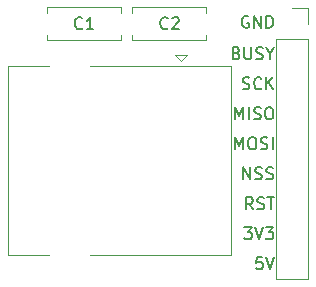
<source format=gto>
G04 #@! TF.GenerationSoftware,KiCad,Pcbnew,7.0.1*
G04 #@! TF.CreationDate,2023-07-05T13:49:47-05:00*
G04 #@! TF.ProjectId,pn5180 cat5 connector with linear regulator,706e3531-3830-4206-9361-743520636f6e,rev?*
G04 #@! TF.SameCoordinates,Original*
G04 #@! TF.FileFunction,Legend,Top*
G04 #@! TF.FilePolarity,Positive*
%FSLAX46Y46*%
G04 Gerber Fmt 4.6, Leading zero omitted, Abs format (unit mm)*
G04 Created by KiCad (PCBNEW 7.0.1) date 2023-07-05 13:49:47*
%MOMM*%
%LPD*%
G01*
G04 APERTURE LIST*
%ADD10C,0.150000*%
%ADD11C,0.120000*%
%ADD12C,1.600000*%
%ADD13C,3.250000*%
%ADD14R,1.500000X1.500000*%
%ADD15C,1.500000*%
%ADD16C,3.000000*%
%ADD17R,1.700000X1.700000*%
%ADD18O,1.700000X1.700000*%
G04 APERTURE END LIST*
D10*
X151663285Y-78260238D02*
X151568047Y-78212619D01*
X151568047Y-78212619D02*
X151425190Y-78212619D01*
X151425190Y-78212619D02*
X151282333Y-78260238D01*
X151282333Y-78260238D02*
X151187095Y-78355476D01*
X151187095Y-78355476D02*
X151139476Y-78450714D01*
X151139476Y-78450714D02*
X151091857Y-78641190D01*
X151091857Y-78641190D02*
X151091857Y-78784047D01*
X151091857Y-78784047D02*
X151139476Y-78974523D01*
X151139476Y-78974523D02*
X151187095Y-79069761D01*
X151187095Y-79069761D02*
X151282333Y-79165000D01*
X151282333Y-79165000D02*
X151425190Y-79212619D01*
X151425190Y-79212619D02*
X151520428Y-79212619D01*
X151520428Y-79212619D02*
X151663285Y-79165000D01*
X151663285Y-79165000D02*
X151710904Y-79117380D01*
X151710904Y-79117380D02*
X151710904Y-78784047D01*
X151710904Y-78784047D02*
X151520428Y-78784047D01*
X152139476Y-79212619D02*
X152139476Y-78212619D01*
X152139476Y-78212619D02*
X152710904Y-79212619D01*
X152710904Y-79212619D02*
X152710904Y-78212619D01*
X153187095Y-79212619D02*
X153187095Y-78212619D01*
X153187095Y-78212619D02*
X153425190Y-78212619D01*
X153425190Y-78212619D02*
X153568047Y-78260238D01*
X153568047Y-78260238D02*
X153663285Y-78355476D01*
X153663285Y-78355476D02*
X153710904Y-78450714D01*
X153710904Y-78450714D02*
X153758523Y-78641190D01*
X153758523Y-78641190D02*
X153758523Y-78784047D01*
X153758523Y-78784047D02*
X153710904Y-78974523D01*
X153710904Y-78974523D02*
X153663285Y-79069761D01*
X153663285Y-79069761D02*
X153568047Y-79165000D01*
X153568047Y-79165000D02*
X153425190Y-79212619D01*
X153425190Y-79212619D02*
X153187095Y-79212619D01*
X150568048Y-89499619D02*
X150568048Y-88499619D01*
X150568048Y-88499619D02*
X150901381Y-89213904D01*
X150901381Y-89213904D02*
X151234714Y-88499619D01*
X151234714Y-88499619D02*
X151234714Y-89499619D01*
X151901381Y-88499619D02*
X152091857Y-88499619D01*
X152091857Y-88499619D02*
X152187095Y-88547238D01*
X152187095Y-88547238D02*
X152282333Y-88642476D01*
X152282333Y-88642476D02*
X152329952Y-88832952D01*
X152329952Y-88832952D02*
X152329952Y-89166285D01*
X152329952Y-89166285D02*
X152282333Y-89356761D01*
X152282333Y-89356761D02*
X152187095Y-89452000D01*
X152187095Y-89452000D02*
X152091857Y-89499619D01*
X152091857Y-89499619D02*
X151901381Y-89499619D01*
X151901381Y-89499619D02*
X151806143Y-89452000D01*
X151806143Y-89452000D02*
X151710905Y-89356761D01*
X151710905Y-89356761D02*
X151663286Y-89166285D01*
X151663286Y-89166285D02*
X151663286Y-88832952D01*
X151663286Y-88832952D02*
X151710905Y-88642476D01*
X151710905Y-88642476D02*
X151806143Y-88547238D01*
X151806143Y-88547238D02*
X151901381Y-88499619D01*
X152710905Y-89452000D02*
X152853762Y-89499619D01*
X152853762Y-89499619D02*
X153091857Y-89499619D01*
X153091857Y-89499619D02*
X153187095Y-89452000D01*
X153187095Y-89452000D02*
X153234714Y-89404380D01*
X153234714Y-89404380D02*
X153282333Y-89309142D01*
X153282333Y-89309142D02*
X153282333Y-89213904D01*
X153282333Y-89213904D02*
X153234714Y-89118666D01*
X153234714Y-89118666D02*
X153187095Y-89071047D01*
X153187095Y-89071047D02*
X153091857Y-89023428D01*
X153091857Y-89023428D02*
X152901381Y-88975809D01*
X152901381Y-88975809D02*
X152806143Y-88928190D01*
X152806143Y-88928190D02*
X152758524Y-88880571D01*
X152758524Y-88880571D02*
X152710905Y-88785333D01*
X152710905Y-88785333D02*
X152710905Y-88690095D01*
X152710905Y-88690095D02*
X152758524Y-88594857D01*
X152758524Y-88594857D02*
X152806143Y-88547238D01*
X152806143Y-88547238D02*
X152901381Y-88499619D01*
X152901381Y-88499619D02*
X153139476Y-88499619D01*
X153139476Y-88499619D02*
X153282333Y-88547238D01*
X153710905Y-89499619D02*
X153710905Y-88499619D01*
X150663285Y-81355809D02*
X150806142Y-81403428D01*
X150806142Y-81403428D02*
X150853761Y-81451047D01*
X150853761Y-81451047D02*
X150901380Y-81546285D01*
X150901380Y-81546285D02*
X150901380Y-81689142D01*
X150901380Y-81689142D02*
X150853761Y-81784380D01*
X150853761Y-81784380D02*
X150806142Y-81832000D01*
X150806142Y-81832000D02*
X150710904Y-81879619D01*
X150710904Y-81879619D02*
X150329952Y-81879619D01*
X150329952Y-81879619D02*
X150329952Y-80879619D01*
X150329952Y-80879619D02*
X150663285Y-80879619D01*
X150663285Y-80879619D02*
X150758523Y-80927238D01*
X150758523Y-80927238D02*
X150806142Y-80974857D01*
X150806142Y-80974857D02*
X150853761Y-81070095D01*
X150853761Y-81070095D02*
X150853761Y-81165333D01*
X150853761Y-81165333D02*
X150806142Y-81260571D01*
X150806142Y-81260571D02*
X150758523Y-81308190D01*
X150758523Y-81308190D02*
X150663285Y-81355809D01*
X150663285Y-81355809D02*
X150329952Y-81355809D01*
X151329952Y-80879619D02*
X151329952Y-81689142D01*
X151329952Y-81689142D02*
X151377571Y-81784380D01*
X151377571Y-81784380D02*
X151425190Y-81832000D01*
X151425190Y-81832000D02*
X151520428Y-81879619D01*
X151520428Y-81879619D02*
X151710904Y-81879619D01*
X151710904Y-81879619D02*
X151806142Y-81832000D01*
X151806142Y-81832000D02*
X151853761Y-81784380D01*
X151853761Y-81784380D02*
X151901380Y-81689142D01*
X151901380Y-81689142D02*
X151901380Y-80879619D01*
X152329952Y-81832000D02*
X152472809Y-81879619D01*
X152472809Y-81879619D02*
X152710904Y-81879619D01*
X152710904Y-81879619D02*
X152806142Y-81832000D01*
X152806142Y-81832000D02*
X152853761Y-81784380D01*
X152853761Y-81784380D02*
X152901380Y-81689142D01*
X152901380Y-81689142D02*
X152901380Y-81593904D01*
X152901380Y-81593904D02*
X152853761Y-81498666D01*
X152853761Y-81498666D02*
X152806142Y-81451047D01*
X152806142Y-81451047D02*
X152710904Y-81403428D01*
X152710904Y-81403428D02*
X152520428Y-81355809D01*
X152520428Y-81355809D02*
X152425190Y-81308190D01*
X152425190Y-81308190D02*
X152377571Y-81260571D01*
X152377571Y-81260571D02*
X152329952Y-81165333D01*
X152329952Y-81165333D02*
X152329952Y-81070095D01*
X152329952Y-81070095D02*
X152377571Y-80974857D01*
X152377571Y-80974857D02*
X152425190Y-80927238D01*
X152425190Y-80927238D02*
X152520428Y-80879619D01*
X152520428Y-80879619D02*
X152758523Y-80879619D01*
X152758523Y-80879619D02*
X152901380Y-80927238D01*
X153520428Y-81403428D02*
X153520428Y-81879619D01*
X153187095Y-80879619D02*
X153520428Y-81403428D01*
X153520428Y-81403428D02*
X153853761Y-80879619D01*
X151329952Y-96119619D02*
X151948999Y-96119619D01*
X151948999Y-96119619D02*
X151615666Y-96500571D01*
X151615666Y-96500571D02*
X151758523Y-96500571D01*
X151758523Y-96500571D02*
X151853761Y-96548190D01*
X151853761Y-96548190D02*
X151901380Y-96595809D01*
X151901380Y-96595809D02*
X151948999Y-96691047D01*
X151948999Y-96691047D02*
X151948999Y-96929142D01*
X151948999Y-96929142D02*
X151901380Y-97024380D01*
X151901380Y-97024380D02*
X151853761Y-97072000D01*
X151853761Y-97072000D02*
X151758523Y-97119619D01*
X151758523Y-97119619D02*
X151472809Y-97119619D01*
X151472809Y-97119619D02*
X151377571Y-97072000D01*
X151377571Y-97072000D02*
X151329952Y-97024380D01*
X152234714Y-96119619D02*
X152568047Y-97119619D01*
X152568047Y-97119619D02*
X152901380Y-96119619D01*
X153139476Y-96119619D02*
X153758523Y-96119619D01*
X153758523Y-96119619D02*
X153425190Y-96500571D01*
X153425190Y-96500571D02*
X153568047Y-96500571D01*
X153568047Y-96500571D02*
X153663285Y-96548190D01*
X153663285Y-96548190D02*
X153710904Y-96595809D01*
X153710904Y-96595809D02*
X153758523Y-96691047D01*
X153758523Y-96691047D02*
X153758523Y-96929142D01*
X153758523Y-96929142D02*
X153710904Y-97024380D01*
X153710904Y-97024380D02*
X153663285Y-97072000D01*
X153663285Y-97072000D02*
X153568047Y-97119619D01*
X153568047Y-97119619D02*
X153282333Y-97119619D01*
X153282333Y-97119619D02*
X153187095Y-97072000D01*
X153187095Y-97072000D02*
X153139476Y-97024380D01*
X152853761Y-98659619D02*
X152377571Y-98659619D01*
X152377571Y-98659619D02*
X152329952Y-99135809D01*
X152329952Y-99135809D02*
X152377571Y-99088190D01*
X152377571Y-99088190D02*
X152472809Y-99040571D01*
X152472809Y-99040571D02*
X152710904Y-99040571D01*
X152710904Y-99040571D02*
X152806142Y-99088190D01*
X152806142Y-99088190D02*
X152853761Y-99135809D01*
X152853761Y-99135809D02*
X152901380Y-99231047D01*
X152901380Y-99231047D02*
X152901380Y-99469142D01*
X152901380Y-99469142D02*
X152853761Y-99564380D01*
X152853761Y-99564380D02*
X152806142Y-99612000D01*
X152806142Y-99612000D02*
X152710904Y-99659619D01*
X152710904Y-99659619D02*
X152472809Y-99659619D01*
X152472809Y-99659619D02*
X152377571Y-99612000D01*
X152377571Y-99612000D02*
X152329952Y-99564380D01*
X153187095Y-98659619D02*
X153520428Y-99659619D01*
X153520428Y-99659619D02*
X153853761Y-98659619D01*
X152044237Y-94579619D02*
X151710904Y-94103428D01*
X151472809Y-94579619D02*
X151472809Y-93579619D01*
X151472809Y-93579619D02*
X151853761Y-93579619D01*
X151853761Y-93579619D02*
X151948999Y-93627238D01*
X151948999Y-93627238D02*
X151996618Y-93674857D01*
X151996618Y-93674857D02*
X152044237Y-93770095D01*
X152044237Y-93770095D02*
X152044237Y-93912952D01*
X152044237Y-93912952D02*
X151996618Y-94008190D01*
X151996618Y-94008190D02*
X151948999Y-94055809D01*
X151948999Y-94055809D02*
X151853761Y-94103428D01*
X151853761Y-94103428D02*
X151472809Y-94103428D01*
X152425190Y-94532000D02*
X152568047Y-94579619D01*
X152568047Y-94579619D02*
X152806142Y-94579619D01*
X152806142Y-94579619D02*
X152901380Y-94532000D01*
X152901380Y-94532000D02*
X152948999Y-94484380D01*
X152948999Y-94484380D02*
X152996618Y-94389142D01*
X152996618Y-94389142D02*
X152996618Y-94293904D01*
X152996618Y-94293904D02*
X152948999Y-94198666D01*
X152948999Y-94198666D02*
X152901380Y-94151047D01*
X152901380Y-94151047D02*
X152806142Y-94103428D01*
X152806142Y-94103428D02*
X152615666Y-94055809D01*
X152615666Y-94055809D02*
X152520428Y-94008190D01*
X152520428Y-94008190D02*
X152472809Y-93960571D01*
X152472809Y-93960571D02*
X152425190Y-93865333D01*
X152425190Y-93865333D02*
X152425190Y-93770095D01*
X152425190Y-93770095D02*
X152472809Y-93674857D01*
X152472809Y-93674857D02*
X152520428Y-93627238D01*
X152520428Y-93627238D02*
X152615666Y-93579619D01*
X152615666Y-93579619D02*
X152853761Y-93579619D01*
X152853761Y-93579619D02*
X152996618Y-93627238D01*
X153282333Y-93579619D02*
X153853761Y-93579619D01*
X153568047Y-94579619D02*
X153568047Y-93579619D01*
X150568048Y-86959619D02*
X150568048Y-85959619D01*
X150568048Y-85959619D02*
X150901381Y-86673904D01*
X150901381Y-86673904D02*
X151234714Y-85959619D01*
X151234714Y-85959619D02*
X151234714Y-86959619D01*
X151710905Y-86959619D02*
X151710905Y-85959619D01*
X152139476Y-86912000D02*
X152282333Y-86959619D01*
X152282333Y-86959619D02*
X152520428Y-86959619D01*
X152520428Y-86959619D02*
X152615666Y-86912000D01*
X152615666Y-86912000D02*
X152663285Y-86864380D01*
X152663285Y-86864380D02*
X152710904Y-86769142D01*
X152710904Y-86769142D02*
X152710904Y-86673904D01*
X152710904Y-86673904D02*
X152663285Y-86578666D01*
X152663285Y-86578666D02*
X152615666Y-86531047D01*
X152615666Y-86531047D02*
X152520428Y-86483428D01*
X152520428Y-86483428D02*
X152329952Y-86435809D01*
X152329952Y-86435809D02*
X152234714Y-86388190D01*
X152234714Y-86388190D02*
X152187095Y-86340571D01*
X152187095Y-86340571D02*
X152139476Y-86245333D01*
X152139476Y-86245333D02*
X152139476Y-86150095D01*
X152139476Y-86150095D02*
X152187095Y-86054857D01*
X152187095Y-86054857D02*
X152234714Y-86007238D01*
X152234714Y-86007238D02*
X152329952Y-85959619D01*
X152329952Y-85959619D02*
X152568047Y-85959619D01*
X152568047Y-85959619D02*
X152710904Y-86007238D01*
X153329952Y-85959619D02*
X153520428Y-85959619D01*
X153520428Y-85959619D02*
X153615666Y-86007238D01*
X153615666Y-86007238D02*
X153710904Y-86102476D01*
X153710904Y-86102476D02*
X153758523Y-86292952D01*
X153758523Y-86292952D02*
X153758523Y-86626285D01*
X153758523Y-86626285D02*
X153710904Y-86816761D01*
X153710904Y-86816761D02*
X153615666Y-86912000D01*
X153615666Y-86912000D02*
X153520428Y-86959619D01*
X153520428Y-86959619D02*
X153329952Y-86959619D01*
X153329952Y-86959619D02*
X153234714Y-86912000D01*
X153234714Y-86912000D02*
X153139476Y-86816761D01*
X153139476Y-86816761D02*
X153091857Y-86626285D01*
X153091857Y-86626285D02*
X153091857Y-86292952D01*
X153091857Y-86292952D02*
X153139476Y-86102476D01*
X153139476Y-86102476D02*
X153234714Y-86007238D01*
X153234714Y-86007238D02*
X153329952Y-85959619D01*
X151234714Y-92039619D02*
X151234714Y-91039619D01*
X151234714Y-91039619D02*
X151806142Y-92039619D01*
X151806142Y-92039619D02*
X151806142Y-91039619D01*
X152234714Y-91992000D02*
X152377571Y-92039619D01*
X152377571Y-92039619D02*
X152615666Y-92039619D01*
X152615666Y-92039619D02*
X152710904Y-91992000D01*
X152710904Y-91992000D02*
X152758523Y-91944380D01*
X152758523Y-91944380D02*
X152806142Y-91849142D01*
X152806142Y-91849142D02*
X152806142Y-91753904D01*
X152806142Y-91753904D02*
X152758523Y-91658666D01*
X152758523Y-91658666D02*
X152710904Y-91611047D01*
X152710904Y-91611047D02*
X152615666Y-91563428D01*
X152615666Y-91563428D02*
X152425190Y-91515809D01*
X152425190Y-91515809D02*
X152329952Y-91468190D01*
X152329952Y-91468190D02*
X152282333Y-91420571D01*
X152282333Y-91420571D02*
X152234714Y-91325333D01*
X152234714Y-91325333D02*
X152234714Y-91230095D01*
X152234714Y-91230095D02*
X152282333Y-91134857D01*
X152282333Y-91134857D02*
X152329952Y-91087238D01*
X152329952Y-91087238D02*
X152425190Y-91039619D01*
X152425190Y-91039619D02*
X152663285Y-91039619D01*
X152663285Y-91039619D02*
X152806142Y-91087238D01*
X153187095Y-91992000D02*
X153329952Y-92039619D01*
X153329952Y-92039619D02*
X153568047Y-92039619D01*
X153568047Y-92039619D02*
X153663285Y-91992000D01*
X153663285Y-91992000D02*
X153710904Y-91944380D01*
X153710904Y-91944380D02*
X153758523Y-91849142D01*
X153758523Y-91849142D02*
X153758523Y-91753904D01*
X153758523Y-91753904D02*
X153710904Y-91658666D01*
X153710904Y-91658666D02*
X153663285Y-91611047D01*
X153663285Y-91611047D02*
X153568047Y-91563428D01*
X153568047Y-91563428D02*
X153377571Y-91515809D01*
X153377571Y-91515809D02*
X153282333Y-91468190D01*
X153282333Y-91468190D02*
X153234714Y-91420571D01*
X153234714Y-91420571D02*
X153187095Y-91325333D01*
X153187095Y-91325333D02*
X153187095Y-91230095D01*
X153187095Y-91230095D02*
X153234714Y-91134857D01*
X153234714Y-91134857D02*
X153282333Y-91087238D01*
X153282333Y-91087238D02*
X153377571Y-91039619D01*
X153377571Y-91039619D02*
X153615666Y-91039619D01*
X153615666Y-91039619D02*
X153758523Y-91087238D01*
X151187095Y-84372000D02*
X151329952Y-84419619D01*
X151329952Y-84419619D02*
X151568047Y-84419619D01*
X151568047Y-84419619D02*
X151663285Y-84372000D01*
X151663285Y-84372000D02*
X151710904Y-84324380D01*
X151710904Y-84324380D02*
X151758523Y-84229142D01*
X151758523Y-84229142D02*
X151758523Y-84133904D01*
X151758523Y-84133904D02*
X151710904Y-84038666D01*
X151710904Y-84038666D02*
X151663285Y-83991047D01*
X151663285Y-83991047D02*
X151568047Y-83943428D01*
X151568047Y-83943428D02*
X151377571Y-83895809D01*
X151377571Y-83895809D02*
X151282333Y-83848190D01*
X151282333Y-83848190D02*
X151234714Y-83800571D01*
X151234714Y-83800571D02*
X151187095Y-83705333D01*
X151187095Y-83705333D02*
X151187095Y-83610095D01*
X151187095Y-83610095D02*
X151234714Y-83514857D01*
X151234714Y-83514857D02*
X151282333Y-83467238D01*
X151282333Y-83467238D02*
X151377571Y-83419619D01*
X151377571Y-83419619D02*
X151615666Y-83419619D01*
X151615666Y-83419619D02*
X151758523Y-83467238D01*
X152758523Y-84324380D02*
X152710904Y-84372000D01*
X152710904Y-84372000D02*
X152568047Y-84419619D01*
X152568047Y-84419619D02*
X152472809Y-84419619D01*
X152472809Y-84419619D02*
X152329952Y-84372000D01*
X152329952Y-84372000D02*
X152234714Y-84276761D01*
X152234714Y-84276761D02*
X152187095Y-84181523D01*
X152187095Y-84181523D02*
X152139476Y-83991047D01*
X152139476Y-83991047D02*
X152139476Y-83848190D01*
X152139476Y-83848190D02*
X152187095Y-83657714D01*
X152187095Y-83657714D02*
X152234714Y-83562476D01*
X152234714Y-83562476D02*
X152329952Y-83467238D01*
X152329952Y-83467238D02*
X152472809Y-83419619D01*
X152472809Y-83419619D02*
X152568047Y-83419619D01*
X152568047Y-83419619D02*
X152710904Y-83467238D01*
X152710904Y-83467238D02*
X152758523Y-83514857D01*
X153187095Y-84419619D02*
X153187095Y-83419619D01*
X153758523Y-84419619D02*
X153329952Y-83848190D01*
X153758523Y-83419619D02*
X153187095Y-83991047D01*
X137588333Y-79234380D02*
X137540714Y-79282000D01*
X137540714Y-79282000D02*
X137397857Y-79329619D01*
X137397857Y-79329619D02*
X137302619Y-79329619D01*
X137302619Y-79329619D02*
X137159762Y-79282000D01*
X137159762Y-79282000D02*
X137064524Y-79186761D01*
X137064524Y-79186761D02*
X137016905Y-79091523D01*
X137016905Y-79091523D02*
X136969286Y-78901047D01*
X136969286Y-78901047D02*
X136969286Y-78758190D01*
X136969286Y-78758190D02*
X137016905Y-78567714D01*
X137016905Y-78567714D02*
X137064524Y-78472476D01*
X137064524Y-78472476D02*
X137159762Y-78377238D01*
X137159762Y-78377238D02*
X137302619Y-78329619D01*
X137302619Y-78329619D02*
X137397857Y-78329619D01*
X137397857Y-78329619D02*
X137540714Y-78377238D01*
X137540714Y-78377238D02*
X137588333Y-78424857D01*
X138540714Y-79329619D02*
X137969286Y-79329619D01*
X138255000Y-79329619D02*
X138255000Y-78329619D01*
X138255000Y-78329619D02*
X138159762Y-78472476D01*
X138159762Y-78472476D02*
X138064524Y-78567714D01*
X138064524Y-78567714D02*
X137969286Y-78615333D01*
X144827333Y-79234380D02*
X144779714Y-79282000D01*
X144779714Y-79282000D02*
X144636857Y-79329619D01*
X144636857Y-79329619D02*
X144541619Y-79329619D01*
X144541619Y-79329619D02*
X144398762Y-79282000D01*
X144398762Y-79282000D02*
X144303524Y-79186761D01*
X144303524Y-79186761D02*
X144255905Y-79091523D01*
X144255905Y-79091523D02*
X144208286Y-78901047D01*
X144208286Y-78901047D02*
X144208286Y-78758190D01*
X144208286Y-78758190D02*
X144255905Y-78567714D01*
X144255905Y-78567714D02*
X144303524Y-78472476D01*
X144303524Y-78472476D02*
X144398762Y-78377238D01*
X144398762Y-78377238D02*
X144541619Y-78329619D01*
X144541619Y-78329619D02*
X144636857Y-78329619D01*
X144636857Y-78329619D02*
X144779714Y-78377238D01*
X144779714Y-78377238D02*
X144827333Y-78424857D01*
X145208286Y-78424857D02*
X145255905Y-78377238D01*
X145255905Y-78377238D02*
X145351143Y-78329619D01*
X145351143Y-78329619D02*
X145589238Y-78329619D01*
X145589238Y-78329619D02*
X145684476Y-78377238D01*
X145684476Y-78377238D02*
X145732095Y-78424857D01*
X145732095Y-78424857D02*
X145779714Y-78520095D01*
X145779714Y-78520095D02*
X145779714Y-78615333D01*
X145779714Y-78615333D02*
X145732095Y-78758190D01*
X145732095Y-78758190D02*
X145160667Y-79329619D01*
X145160667Y-79329619D02*
X145779714Y-79329619D01*
D11*
X134635000Y-77497000D02*
X134635000Y-77942000D01*
X134635000Y-77497000D02*
X140875000Y-77497000D01*
X134635000Y-79792000D02*
X134635000Y-80237000D01*
X134635000Y-80237000D02*
X140875000Y-80237000D01*
X140875000Y-77497000D02*
X140875000Y-77942000D01*
X140875000Y-79792000D02*
X140875000Y-80237000D01*
X148074000Y-80237000D02*
X148074000Y-79792000D01*
X148074000Y-80237000D02*
X141834000Y-80237000D01*
X148074000Y-77942000D02*
X148074000Y-77497000D01*
X148074000Y-77497000D02*
X141834000Y-77497000D01*
X141834000Y-80237000D02*
X141834000Y-79792000D01*
X141834000Y-77942000D02*
X141834000Y-77497000D01*
X146431000Y-81538000D02*
X145415000Y-81538000D01*
X145415000Y-81538000D02*
X145923000Y-82046000D01*
X145923000Y-82046000D02*
X146431000Y-81538000D01*
X150203000Y-82414000D02*
X138273000Y-82414000D01*
X134773000Y-82414000D02*
X131333000Y-82414000D01*
X150203000Y-98434000D02*
X150203000Y-82414000D01*
X150203000Y-98434000D02*
X138273000Y-98434000D01*
X134773000Y-98434000D02*
X131333000Y-98434000D01*
X131333000Y-98434000D02*
X131333000Y-82414000D01*
X154016000Y-80147000D02*
X154016000Y-100527000D01*
X154016000Y-80147000D02*
X156676000Y-80147000D01*
X154016000Y-100527000D02*
X156676000Y-100527000D01*
X155346000Y-77547000D02*
X156676000Y-77547000D01*
X156676000Y-77547000D02*
X156676000Y-78877000D01*
X156676000Y-80147000D02*
X156676000Y-100527000D01*
%LPC*%
D12*
X135255000Y-78867000D03*
X140255000Y-78867000D03*
X147454000Y-78867000D03*
X142454000Y-78867000D03*
D13*
X139573000Y-84709000D03*
X139573000Y-96139000D03*
D14*
X145923000Y-85979000D03*
D15*
X148463000Y-87249000D03*
X145923000Y-88519000D03*
X148463000Y-89789000D03*
X145923000Y-91059000D03*
X148463000Y-92329000D03*
X145923000Y-93599000D03*
X148463000Y-94869000D03*
D16*
X136523000Y-82654000D03*
X136523000Y-98194000D03*
D17*
X155346000Y-78877000D03*
D18*
X155346000Y-81417000D03*
X155346000Y-83957000D03*
X155346000Y-86497000D03*
X155346000Y-89037000D03*
X155346000Y-91577000D03*
X155346000Y-94117000D03*
X155346000Y-96657000D03*
X155346000Y-99197000D03*
M02*

</source>
